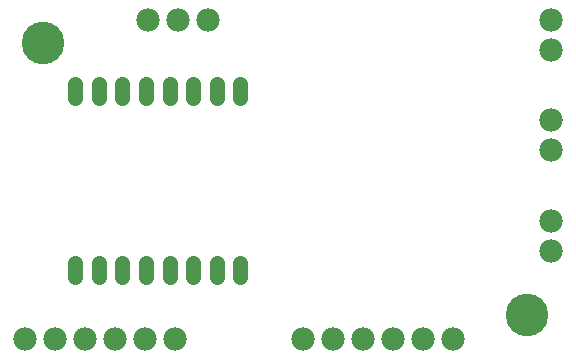
<source format=gbs>
G75*
%MOIN*%
%OFA0B0*%
%FSLAX24Y24*%
%IPPOS*%
%LPD*%
%AMOC8*
5,1,8,0,0,1.08239X$1,22.5*
%
%ADD10C,0.1418*%
%ADD11C,0.0516*%
%ADD12C,0.0780*%
D10*
X002369Y011393D03*
X018511Y002337D03*
D11*
X008944Y003594D02*
X008944Y004070D01*
X008156Y004070D02*
X008156Y003594D01*
X007369Y003594D02*
X007369Y004070D01*
X006582Y004070D02*
X006582Y003594D01*
X005794Y003594D02*
X005794Y004070D01*
X005007Y004070D02*
X005007Y003594D01*
X004219Y003594D02*
X004219Y004070D01*
X003432Y004070D02*
X003432Y003594D01*
X003432Y009581D02*
X003432Y010057D01*
X004219Y010057D02*
X004219Y009581D01*
X005007Y009581D02*
X005007Y010057D01*
X005794Y010057D02*
X005794Y009581D01*
X006582Y009581D02*
X006582Y010057D01*
X007369Y010057D02*
X007369Y009581D01*
X008156Y009581D02*
X008156Y010057D01*
X008944Y010057D02*
X008944Y009581D01*
D12*
X001779Y001550D03*
X002779Y001550D03*
X003779Y001550D03*
X004779Y001550D03*
X005779Y001550D03*
X006779Y001550D03*
X011023Y001550D03*
X012023Y001550D03*
X013023Y001550D03*
X014031Y001550D03*
X015031Y001550D03*
X016031Y001550D03*
X019298Y004487D03*
X019298Y005487D03*
X019298Y007833D03*
X019298Y008833D03*
X019298Y011180D03*
X019298Y012180D03*
X007881Y012180D03*
X006881Y012180D03*
X005881Y012180D03*
M02*

</source>
